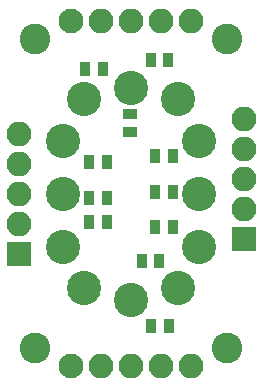
<source format=gts>
G04 #@! TF.FileFunction,Soldermask,Top*
%FSLAX46Y46*%
G04 Gerber Fmt 4.6, Leading zero omitted, Abs format (unit mm)*
G04 Created by KiCad (PCBNEW 4.0.4-stable) date 12/10/17 21:58:31*
%MOMM*%
%LPD*%
G01*
G04 APERTURE LIST*
%ADD10C,0.100000*%
%ADD11C,2.600000*%
%ADD12C,2.900000*%
%ADD13C,2.100000*%
%ADD14O,2.100000X2.100000*%
%ADD15R,2.100000X2.100000*%
%ADD16R,0.900000X1.300000*%
%ADD17R,1.300000X0.900000*%
G04 APERTURE END LIST*
D10*
D11*
X8128000Y-13081000D03*
X8128000Y13081000D03*
X-8128000Y13081000D03*
X-8128000Y-13081000D03*
D12*
X0Y9000000D03*
X-4000000Y8000000D03*
X-5750000Y4500000D03*
X-5750000Y0D03*
X5750000Y0D03*
X5750000Y4500000D03*
X4000000Y8000000D03*
X-5750000Y-4500000D03*
X5750000Y-4500000D03*
X0Y-9000000D03*
X4000000Y-8000000D03*
X-4000000Y-8000000D03*
D13*
X-5080000Y14605000D03*
D14*
X-2540000Y14605000D03*
X0Y14605000D03*
X2540000Y14605000D03*
X5080000Y14605000D03*
D15*
X-9525000Y-5080000D03*
D14*
X-9525000Y-2540000D03*
X-9525000Y0D03*
X-9525000Y2540000D03*
X-9525000Y5080000D03*
D13*
X-5080000Y-14605000D03*
D14*
X-2540000Y-14605000D03*
X0Y-14605000D03*
X2540000Y-14605000D03*
X5080000Y-14605000D03*
D15*
X9525000Y-3810000D03*
D14*
X9525000Y-1270000D03*
X9525000Y1270000D03*
X9525000Y3810000D03*
X9525000Y6350000D03*
D16*
X1675000Y-11176000D03*
X3175000Y-11176000D03*
X2389000Y-5715000D03*
X889000Y-5715000D03*
X3532000Y-2794000D03*
X2032000Y-2794000D03*
X3532000Y127000D03*
X2032000Y127000D03*
X3556000Y3175000D03*
X2056000Y3175000D03*
X3151000Y11303000D03*
X1651000Y11303000D03*
D17*
X-127000Y6731000D03*
X-127000Y5231000D03*
D16*
X-3913000Y10541000D03*
X-2413000Y10541000D03*
X-3532000Y2667000D03*
X-2032000Y2667000D03*
X-3532000Y-381000D03*
X-2032000Y-381000D03*
X-2032000Y-2413000D03*
X-3532000Y-2413000D03*
M02*

</source>
